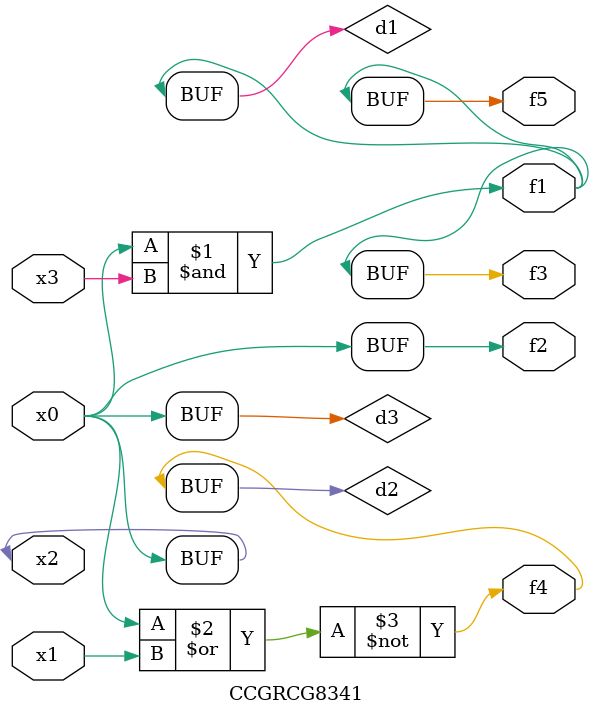
<source format=v>
module CCGRCG8341(
	input x0, x1, x2, x3,
	output f1, f2, f3, f4, f5
);

	wire d1, d2, d3;

	and (d1, x2, x3);
	nor (d2, x0, x1);
	buf (d3, x0, x2);
	assign f1 = d1;
	assign f2 = d3;
	assign f3 = d1;
	assign f4 = d2;
	assign f5 = d1;
endmodule

</source>
